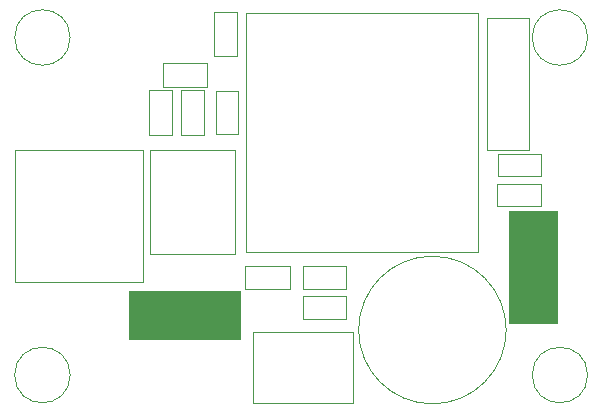
<source format=gbr>
G04 #@! TF.GenerationSoftware,KiCad,Pcbnew,(5.1.9)-1*
G04 #@! TF.CreationDate,2021-04-10T16:29:17+02:00*
G04 #@! TF.ProjectId,eerste_versie,65657273-7465-45f7-9665-727369652e6b,rev?*
G04 #@! TF.SameCoordinates,Original*
G04 #@! TF.FileFunction,Other,User*
%FSLAX46Y46*%
G04 Gerber Fmt 4.6, Leading zero omitted, Abs format (unit mm)*
G04 Created by KiCad (PCBNEW (5.1.9)-1) date 2021-04-10 16:29:17*
%MOMM*%
%LPD*%
G01*
G04 APERTURE LIST*
%ADD10C,0.050000*%
%ADD11C,0.100000*%
G04 APERTURE END LIST*
D10*
X155282000Y-117160000D02*
X155282000Y-119060000D01*
X155282000Y-119060000D02*
X151582000Y-119060000D01*
X151582000Y-119060000D02*
X151582000Y-117160000D01*
X151582000Y-117160000D02*
X155282000Y-117160000D01*
X110749000Y-128008000D02*
X121559000Y-128008000D01*
X121559000Y-128008000D02*
X121559000Y-116838000D01*
X121559000Y-116838000D02*
X110749000Y-116838000D01*
X110749000Y-116838000D02*
X110749000Y-128008000D01*
X154200000Y-116830000D02*
X150650000Y-116830000D01*
X150650000Y-116830000D02*
X150650000Y-105630000D01*
X150650000Y-105630000D02*
X154200000Y-105630000D01*
X154200000Y-105630000D02*
X154200000Y-116830000D01*
X124750000Y-115545000D02*
X124750000Y-111785000D01*
X126710000Y-115545000D02*
X124750000Y-115545000D01*
X126710000Y-111785000D02*
X126710000Y-115545000D01*
X124750000Y-111785000D02*
X126710000Y-111785000D01*
X124043000Y-111785000D02*
X124043000Y-115545000D01*
X122083000Y-111785000D02*
X124043000Y-111785000D01*
X122083000Y-115545000D02*
X122083000Y-111785000D01*
X124043000Y-115545000D02*
X122083000Y-115545000D01*
X139353000Y-132215000D02*
X130903000Y-132215000D01*
X139353000Y-138290000D02*
X139353000Y-132215000D01*
X130903000Y-138290000D02*
X139353000Y-138290000D01*
X130903000Y-132215000D02*
X130903000Y-138290000D01*
D11*
G36*
X120395000Y-128760000D02*
G01*
X129795000Y-128760000D01*
X129795000Y-132860000D01*
X120395000Y-132860000D01*
X120395000Y-128760000D01*
G37*
X120395000Y-128760000D02*
X129795000Y-128760000D01*
X129795000Y-132860000D01*
X120395000Y-132860000D01*
X120395000Y-128760000D01*
G36*
X156609000Y-122046000D02*
G01*
X156609000Y-131446000D01*
X152509000Y-131446000D01*
X152509000Y-122046000D01*
X156609000Y-122046000D01*
G37*
X156609000Y-122046000D02*
X156609000Y-131446000D01*
X152509000Y-131446000D01*
X152509000Y-122046000D01*
X156609000Y-122046000D01*
D10*
X159195000Y-135890000D02*
G75*
G03*
X159195000Y-135890000I-2350000J0D01*
G01*
X115380000Y-107315000D02*
G75*
G03*
X115380000Y-107315000I-2350000J0D01*
G01*
X159195000Y-107315000D02*
G75*
G03*
X159195000Y-107315000I-2350000J0D01*
G01*
X115380000Y-135890000D02*
G75*
G03*
X115380000Y-135890000I-2350000J0D01*
G01*
X135056000Y-126685000D02*
X138756000Y-126685000D01*
X135056000Y-128585000D02*
X135056000Y-126685000D01*
X138756000Y-128585000D02*
X135056000Y-128585000D01*
X138756000Y-126685000D02*
X138756000Y-128585000D01*
X138756000Y-131125000D02*
X135056000Y-131125000D01*
X138756000Y-129225000D02*
X138756000Y-131125000D01*
X135056000Y-129225000D02*
X138756000Y-129225000D01*
X135056000Y-131125000D02*
X135056000Y-129225000D01*
X152300000Y-132080000D02*
G75*
G03*
X152300000Y-132080000I-6250000J0D01*
G01*
X126975000Y-109510000D02*
X126975000Y-111470000D01*
X126975000Y-111470000D02*
X123215000Y-111470000D01*
X123215000Y-111470000D02*
X123215000Y-109510000D01*
X123215000Y-109510000D02*
X126975000Y-109510000D01*
X151550000Y-119700000D02*
X155250000Y-119700000D01*
X151550000Y-121600000D02*
X151550000Y-119700000D01*
X155250000Y-121600000D02*
X151550000Y-121600000D01*
X155250000Y-119700000D02*
X155250000Y-121600000D01*
X127544000Y-105159500D02*
X129504000Y-105159500D01*
X129504000Y-105159500D02*
X129504000Y-108919500D01*
X129504000Y-108919500D02*
X127544000Y-108919500D01*
X127544000Y-108919500D02*
X127544000Y-105159500D01*
X133960000Y-128615000D02*
X130200000Y-128615000D01*
X133960000Y-126655000D02*
X133960000Y-128615000D01*
X130200000Y-126655000D02*
X133960000Y-126655000D01*
X130200000Y-128615000D02*
X130200000Y-126655000D01*
X122130000Y-125660000D02*
X129330000Y-125660000D01*
X129330000Y-125660000D02*
X129330000Y-116860000D01*
X129330000Y-116860000D02*
X122130000Y-116860000D01*
X122130000Y-116860000D02*
X122130000Y-125660000D01*
X130290000Y-105240000D02*
X149890000Y-105240000D01*
X149890000Y-105240000D02*
X149890000Y-125490000D01*
X149890000Y-125490000D02*
X130290000Y-125490000D01*
X130290000Y-125490000D02*
X130290000Y-105240000D01*
X129601000Y-115515000D02*
X127701000Y-115515000D01*
X127701000Y-115515000D02*
X127701000Y-111815000D01*
X127701000Y-111815000D02*
X129601000Y-111815000D01*
X129601000Y-111815000D02*
X129601000Y-115515000D01*
M02*

</source>
